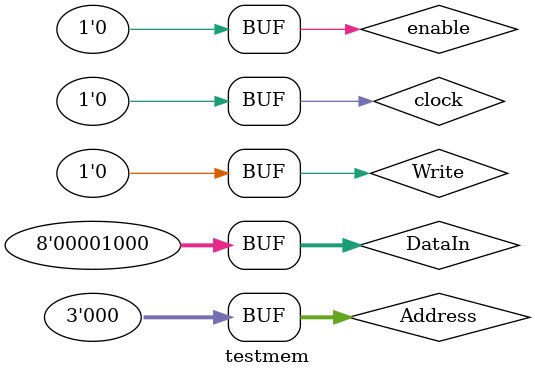
<source format=v>
`timescale 1ns / 1ps


module testmem;

	// Inputs
	reg clock;
	reg enable;
	reg Write;
	reg [2:0] Address;
	reg [7:0] DataIn;

	// Outputs
	wire [7:0] DataOut;
	wire [7:0] R0;
	wire [7:0] R1;

	// Bidirs
	wire [7:0] R2;

	// Instantiate the Unit Under Test (UUT)
	memory uut (
		.clock(clock), 
		.enable(enable), 
		.Write(Write), 
		.Address(Address), 
		.DataIn(DataIn), 
		.DataOut(DataOut), 
		.R0(R0), 
		.R1(R1), 
		.R2(R2)
	);

	initial begin
		// Initialize Inputs
		clock = 0;
		enable = 0;
		Write = 0;
		Address = 0;
		DataIn = 0;

		// Wait 100 ns for global reset to finish
		#100;
      clock=1;
		enable = 1;
		Write = 1;
		DataIn = 8'b00001000;
		Address = 3'b000;
		// Add stimulus here
		#100;
		clock = 0;
		enable = 0;
		Write = 0;
		#100;
      clock=1;
		enable = 1;
		Write = 0;
		Address = 3'b000;
		#100;
		clock = 0;
		enable = 0;
		Write = 0;
	end
      
endmodule


</source>
